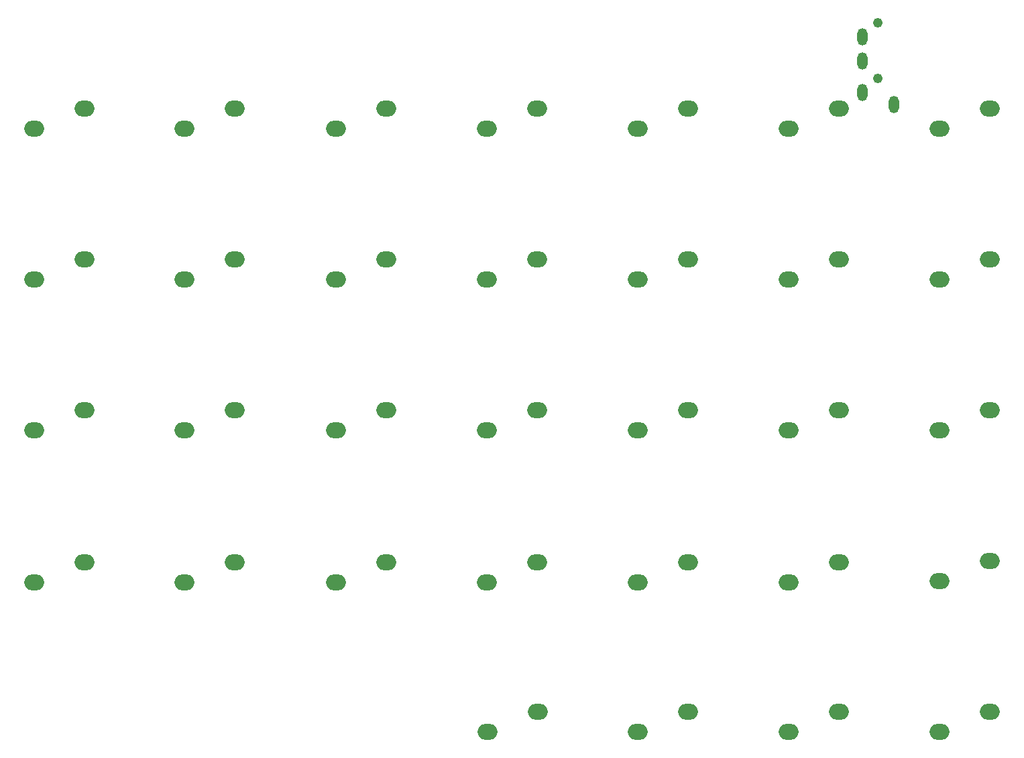
<source format=gbr>
%TF.GenerationSoftware,KiCad,Pcbnew,(7.0.0-0)*%
%TF.CreationDate,2023-03-19T23:48:32+09:00*%
%TF.ProjectId,11111_pcb,31313131-315f-4706-9362-2e6b69636164,rev?*%
%TF.SameCoordinates,Original*%
%TF.FileFunction,Legend,Top*%
%TF.FilePolarity,Positive*%
%FSLAX46Y46*%
G04 Gerber Fmt 4.6, Leading zero omitted, Abs format (unit mm)*
G04 Created by KiCad (PCBNEW (7.0.0-0)) date 2023-03-19 23:48:32*
%MOMM*%
%LPD*%
G01*
G04 APERTURE LIST*
%ADD10O,2.500000X2.000000*%
%ADD11C,1.210000*%
%ADD12O,1.300000X2.200000*%
G04 APERTURE END LIST*
D10*
%TO.C,SW46*%
X92074999Y-92769999D03*
X98424999Y-90229999D03*
%TD*%
D11*
%TO.C,J1*%
X141440000Y-22100000D03*
X141440000Y-29100000D03*
D12*
X143439999Y-32399999D03*
X139439999Y-23899999D03*
X139439999Y-26899999D03*
X139439999Y-30899999D03*
%TD*%
D10*
%TO.C,SW34*%
X130174999Y-73599999D03*
X136524999Y-71059999D03*
%TD*%
%TO.C,SW15*%
X34924999Y-54549999D03*
X41274999Y-52009999D03*
%TD*%
%TO.C,SW45*%
X73024999Y-92769999D03*
X79374999Y-90229999D03*
%TD*%
%TO.C,SW57*%
X92134999Y-111699999D03*
X98484999Y-109159999D03*
%TD*%
%TO.C,SW1*%
X34924999Y-35499999D03*
X41274999Y-32959999D03*
%TD*%
%TO.C,SW58*%
X111124999Y-111699999D03*
X117474999Y-109159999D03*
%TD*%
%TO.C,SW16*%
X53904999Y-54549999D03*
X60254999Y-52009999D03*
%TD*%
%TO.C,SW19*%
X111124999Y-54549999D03*
X117474999Y-52009999D03*
%TD*%
%TO.C,SW43*%
X34924999Y-92769999D03*
X41274999Y-90229999D03*
%TD*%
%TO.C,SW47*%
X111124999Y-92769999D03*
X117474999Y-90229999D03*
%TD*%
%TO.C,SW35*%
X149224999Y-73599999D03*
X155574999Y-71059999D03*
%TD*%
%TO.C,SW30*%
X53904999Y-73599999D03*
X60254999Y-71059999D03*
%TD*%
%TO.C,SW33*%
X111124999Y-73599999D03*
X117474999Y-71059999D03*
%TD*%
%TO.C,SW6*%
X130174999Y-35499999D03*
X136524999Y-32959999D03*
%TD*%
%TO.C,SW44*%
X53904999Y-92769999D03*
X60254999Y-90229999D03*
%TD*%
%TO.C,SW49*%
X149224999Y-92649999D03*
X155574999Y-90109999D03*
%TD*%
%TO.C,SW21*%
X149224999Y-54549999D03*
X155574999Y-52009999D03*
%TD*%
%TO.C,SW29*%
X34924999Y-73599999D03*
X41274999Y-71059999D03*
%TD*%
%TO.C,SW4*%
X92074999Y-35499999D03*
X98424999Y-32959999D03*
%TD*%
%TO.C,SW59*%
X130174999Y-111699999D03*
X136524999Y-109159999D03*
%TD*%
%TO.C,SW20*%
X130174999Y-54549999D03*
X136524999Y-52009999D03*
%TD*%
%TO.C,SW32*%
X92074999Y-73599999D03*
X98424999Y-71059999D03*
%TD*%
%TO.C,SW2*%
X53904999Y-35499999D03*
X60254999Y-32959999D03*
%TD*%
%TO.C,SW3*%
X73024999Y-35499999D03*
X79374999Y-32959999D03*
%TD*%
%TO.C,SW7*%
X149224999Y-35499999D03*
X155574999Y-32959999D03*
%TD*%
%TO.C,SW17*%
X73024999Y-54549999D03*
X79374999Y-52009999D03*
%TD*%
%TO.C,SW48*%
X130174999Y-92769999D03*
X136524999Y-90229999D03*
%TD*%
%TO.C,SW60*%
X149224999Y-111699999D03*
X155574999Y-109159999D03*
%TD*%
%TO.C,SW18*%
X92074999Y-54549999D03*
X98424999Y-52009999D03*
%TD*%
%TO.C,SW31*%
X73024999Y-73599999D03*
X79374999Y-71059999D03*
%TD*%
%TO.C,SW5*%
X111124999Y-35499999D03*
X117474999Y-32959999D03*
%TD*%
M02*

</source>
